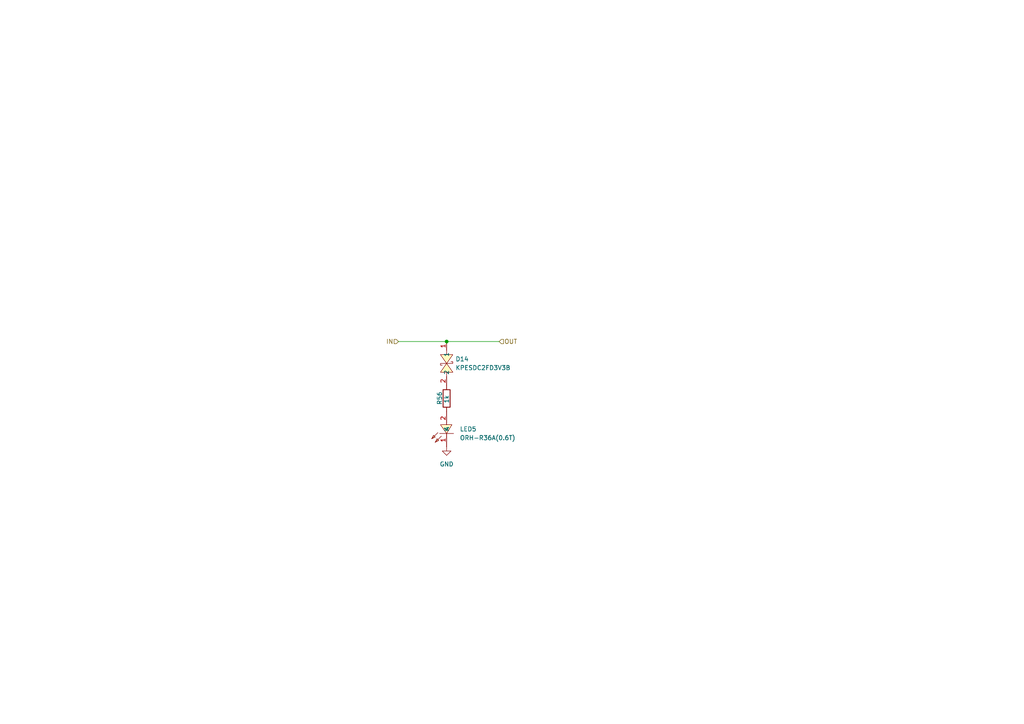
<source format=kicad_sch>
(kicad_sch
	(version 20250114)
	(generator "eeschema")
	(generator_version "9.0")
	(uuid "f6d9fd8d-01c2-46ac-a488-0d391102484c")
	(paper "A4")
	(lib_symbols
		(symbol "Device:R"
			(pin_numbers
				(hide yes)
			)
			(pin_names
				(offset 0)
			)
			(exclude_from_sim no)
			(in_bom yes)
			(on_board yes)
			(property "Reference" "R"
				(at 2.032 0 90)
				(effects
					(font
						(size 1.27 1.27)
					)
				)
			)
			(property "Value" "R"
				(at 0 0 90)
				(effects
					(font
						(size 1.27 1.27)
					)
				)
			)
			(property "Footprint" ""
				(at -1.778 0 90)
				(effects
					(font
						(size 1.27 1.27)
					)
					(hide yes)
				)
			)
			(property "Datasheet" "~"
				(at 0 0 0)
				(effects
					(font
						(size 1.27 1.27)
					)
					(hide yes)
				)
			)
			(property "Description" "Resistor"
				(at 0 0 0)
				(effects
					(font
						(size 1.27 1.27)
					)
					(hide yes)
				)
			)
			(property "ki_keywords" "R res resistor"
				(at 0 0 0)
				(effects
					(font
						(size 1.27 1.27)
					)
					(hide yes)
				)
			)
			(property "ki_fp_filters" "R_*"
				(at 0 0 0)
				(effects
					(font
						(size 1.27 1.27)
					)
					(hide yes)
				)
			)
			(symbol "R_0_1"
				(rectangle
					(start -1.016 -2.54)
					(end 1.016 2.54)
					(stroke
						(width 0.254)
						(type default)
					)
					(fill
						(type none)
					)
				)
			)
			(symbol "R_1_1"
				(pin passive line
					(at 0 3.81 270)
					(length 1.27)
					(name "~"
						(effects
							(font
								(size 1.27 1.27)
							)
						)
					)
					(number "1"
						(effects
							(font
								(size 1.27 1.27)
							)
						)
					)
				)
				(pin passive line
					(at 0 -3.81 90)
					(length 1.27)
					(name "~"
						(effects
							(font
								(size 1.27 1.27)
							)
						)
					)
					(number "2"
						(effects
							(font
								(size 1.27 1.27)
							)
						)
					)
				)
			)
			(embedded_fonts no)
		)
		(symbol "lcsc:KPESDC2FD3V3B"
			(exclude_from_sim no)
			(in_bom yes)
			(on_board yes)
			(property "Reference" "D"
				(at 0 5.08 0)
				(effects
					(font
						(size 1.27 1.27)
					)
				)
			)
			(property "Value" "KPESDC2FD3V3B"
				(at 0 -5.08 0)
				(effects
					(font
						(size 1.27 1.27)
					)
				)
			)
			(property "Footprint" "lcsc:D0402-BI"
				(at 0 -7.62 0)
				(effects
					(font
						(size 1.27 1.27)
					)
					(hide yes)
				)
			)
			(property "Datasheet" ""
				(at 0 0 0)
				(effects
					(font
						(size 1.27 1.27)
					)
					(hide yes)
				)
			)
			(property "Description" ""
				(at 0 0 0)
				(effects
					(font
						(size 1.27 1.27)
					)
					(hide yes)
				)
			)
			(property "LCSC Part" "C2892494"
				(at 0 -10.16 0)
				(effects
					(font
						(size 1.27 1.27)
					)
					(hide yes)
				)
			)
			(symbol "KPESDC2FD3V3B_0_1"
				(polyline
					(pts
						(xy -3.81 0) (xy -2.54 0)
					)
					(stroke
						(width 0)
						(type default)
					)
					(fill
						(type none)
					)
				)
				(polyline
					(pts
						(xy -2.54 -1.78) (xy 0 0) (xy -2.54 1.78) (xy -2.54 -1.78)
					)
					(stroke
						(width 0)
						(type default)
					)
					(fill
						(type background)
					)
				)
				(polyline
					(pts
						(xy -0.51 1.27) (xy -0.51 1.78) (xy 0 1.78) (xy 0 -1.78) (xy 0.51 -1.78) (xy 0.51 -1.27)
					)
					(stroke
						(width 0)
						(type default)
					)
					(fill
						(type none)
					)
				)
				(polyline
					(pts
						(xy 2.54 1.78) (xy 0 0) (xy 2.54 -1.78) (xy 2.54 1.78)
					)
					(stroke
						(width 0)
						(type default)
					)
					(fill
						(type background)
					)
				)
				(polyline
					(pts
						(xy 3.81 0) (xy 2.54 0)
					)
					(stroke
						(width 0)
						(type default)
					)
					(fill
						(type none)
					)
				)
				(pin unspecified line
					(at -6.35 0 0)
					(length 2.54)
					(name "1"
						(effects
							(font
								(size 1.27 1.27)
							)
						)
					)
					(number "1"
						(effects
							(font
								(size 1.27 1.27)
							)
						)
					)
				)
				(pin unspecified line
					(at 6.35 0 180)
					(length 2.54)
					(name "2"
						(effects
							(font
								(size 1.27 1.27)
							)
						)
					)
					(number "2"
						(effects
							(font
								(size 1.27 1.27)
							)
						)
					)
				)
			)
			(embedded_fonts no)
		)
		(symbol "lcsc:ORH-R36A(0.6T)"
			(exclude_from_sim no)
			(in_bom yes)
			(on_board yes)
			(property "Reference" "LED"
				(at 0 5.08 0)
				(effects
					(font
						(size 1.27 1.27)
					)
				)
			)
			(property "Value" "ORH-R36A(0.6T)"
				(at 0 -5.08 0)
				(effects
					(font
						(size 1.27 1.27)
					)
				)
			)
			(property "Footprint" "lcsc:LED0603-RD"
				(at 0 -7.62 0)
				(effects
					(font
						(size 1.27 1.27)
					)
					(hide yes)
				)
			)
			(property "Datasheet" "https://lcsc.com/product-detail/Light-Emitting-Diodes-LED_0603_C205445.html"
				(at 0 -10.16 0)
				(effects
					(font
						(size 1.27 1.27)
					)
					(hide yes)
				)
			)
			(property "Description" ""
				(at 0 0 0)
				(effects
					(font
						(size 1.27 1.27)
					)
					(hide yes)
				)
			)
			(property "LCSC Part" "C205445"
				(at 0 -12.7 0)
				(effects
					(font
						(size 1.27 1.27)
					)
					(hide yes)
				)
			)
			(symbol "ORH-R36A(0.6T)_0_1"
				(polyline
					(pts
						(xy -3.81 3.3) (xy -2.79 2.79) (xy -3.3 2.29) (xy -3.81 3.3)
					)
					(stroke
						(width 0)
						(type default)
					)
					(fill
						(type background)
					)
				)
				(polyline
					(pts
						(xy -2.79 4.32) (xy -1.78 3.81) (xy -2.29 3.3) (xy -2.79 4.32)
					)
					(stroke
						(width 0)
						(type default)
					)
					(fill
						(type background)
					)
				)
				(polyline
					(pts
						(xy -2.03 1.52) (xy -3.81 3.3)
					)
					(stroke
						(width 0)
						(type default)
					)
					(fill
						(type none)
					)
				)
				(polyline
					(pts
						(xy -1.27 2.03) (xy -1.27 -2.03)
					)
					(stroke
						(width 0)
						(type default)
					)
					(fill
						(type none)
					)
				)
				(polyline
					(pts
						(xy -1.02 2.54) (xy -2.79 4.32)
					)
					(stroke
						(width 0)
						(type default)
					)
					(fill
						(type none)
					)
				)
				(polyline
					(pts
						(xy 1.27 -1.52) (xy -1.27 0) (xy 1.27 1.78) (xy 1.27 -1.52)
					)
					(stroke
						(width 0)
						(type default)
					)
					(fill
						(type background)
					)
				)
				(pin unspecified line
					(at -5.08 0 0)
					(length 3.81)
					(name "K"
						(effects
							(font
								(size 1.27 1.27)
							)
						)
					)
					(number "1"
						(effects
							(font
								(size 1.27 1.27)
							)
						)
					)
				)
				(pin unspecified line
					(at 5.08 0 180)
					(length 3.81)
					(name "A"
						(effects
							(font
								(size 1.27 1.27)
							)
						)
					)
					(number "2"
						(effects
							(font
								(size 1.27 1.27)
							)
						)
					)
				)
			)
			(embedded_fonts no)
		)
		(symbol "power:GND"
			(power)
			(pin_numbers
				(hide yes)
			)
			(pin_names
				(offset 0)
				(hide yes)
			)
			(exclude_from_sim no)
			(in_bom yes)
			(on_board yes)
			(property "Reference" "#PWR"
				(at 0 -6.35 0)
				(effects
					(font
						(size 1.27 1.27)
					)
					(hide yes)
				)
			)
			(property "Value" "GND"
				(at 0 -3.81 0)
				(effects
					(font
						(size 1.27 1.27)
					)
				)
			)
			(property "Footprint" ""
				(at 0 0 0)
				(effects
					(font
						(size 1.27 1.27)
					)
					(hide yes)
				)
			)
			(property "Datasheet" ""
				(at 0 0 0)
				(effects
					(font
						(size 1.27 1.27)
					)
					(hide yes)
				)
			)
			(property "Description" "Power symbol creates a global label with name \"GND\" , ground"
				(at 0 0 0)
				(effects
					(font
						(size 1.27 1.27)
					)
					(hide yes)
				)
			)
			(property "ki_keywords" "global power"
				(at 0 0 0)
				(effects
					(font
						(size 1.27 1.27)
					)
					(hide yes)
				)
			)
			(symbol "GND_0_1"
				(polyline
					(pts
						(xy 0 0) (xy 0 -1.27) (xy 1.27 -1.27) (xy 0 -2.54) (xy -1.27 -1.27) (xy 0 -1.27)
					)
					(stroke
						(width 0)
						(type default)
					)
					(fill
						(type none)
					)
				)
			)
			(symbol "GND_1_1"
				(pin power_in line
					(at 0 0 270)
					(length 0)
					(name "~"
						(effects
							(font
								(size 1.27 1.27)
							)
						)
					)
					(number "1"
						(effects
							(font
								(size 1.27 1.27)
							)
						)
					)
				)
			)
			(embedded_fonts no)
		)
	)
	(junction
		(at 129.54 99.06)
		(diameter 0)
		(color 0 0 0 0)
		(uuid "ba5e012e-52e8-4049-acb0-a97e795e07d0")
	)
	(wire
		(pts
			(xy 129.54 99.06) (xy 144.78 99.06)
		)
		(stroke
			(width 0)
			(type default)
		)
		(uuid "3c75b689-8e3d-4f7e-871f-1e5fa5d5d4e8")
	)
	(wire
		(pts
			(xy 115.57 99.06) (xy 129.54 99.06)
		)
		(stroke
			(width 0)
			(type default)
		)
		(uuid "d72e4144-cee1-4cf9-80a2-71667535ef49")
	)
	(hierarchical_label "OUT"
		(shape input)
		(at 144.78 99.06 0)
		(effects
			(font
				(size 1.27 1.27)
			)
			(justify left)
		)
		(uuid "3f87a1dc-74aa-4d93-806b-e2e1501e1ddb")
	)
	(hierarchical_label "IN"
		(shape input)
		(at 115.57 99.06 180)
		(effects
			(font
				(size 1.27 1.27)
			)
			(justify right)
		)
		(uuid "ca2eaab0-d920-45c3-a0a6-e85e0131a15f")
	)
	(symbol
		(lib_id "Device:R")
		(at 129.54 115.57 180)
		(unit 1)
		(exclude_from_sim no)
		(in_bom yes)
		(on_board yes)
		(dnp no)
		(uuid "020a84db-6bb8-4296-8d13-79141d404ac4")
		(property "Reference" "R53"
			(at 127.508 113.538 90)
			(effects
				(font
					(size 1.27 1.27)
				)
				(justify left)
			)
		)
		(property "Value" "1k"
			(at 129.54 114.554 90)
			(effects
				(font
					(size 1.27 1.27)
				)
				(justify left)
			)
		)
		(property "Footprint" "Resistor_SMD:R_0603_1608Metric"
			(at 131.318 115.57 90)
			(effects
				(font
					(size 1.27 1.27)
				)
				(hide yes)
			)
		)
		(property "Datasheet" "~"
			(at 129.54 115.57 0)
			(effects
				(font
					(size 1.27 1.27)
				)
				(hide yes)
			)
		)
		(property "Description" ""
			(at 129.54 115.57 0)
			(effects
				(font
					(size 1.27 1.27)
				)
				(hide yes)
			)
		)
		(pin "1"
			(uuid "84522ffb-1229-4075-9d18-26abf4cd5fb5")
		)
		(pin "2"
			(uuid "df0ce2a0-91fc-4a0c-97a9-90a4e5d50f8c")
		)
		(instances
			(project "espio"
				(path "/b4b62778-ee22-463e-ba5d-5da015edb128/315f7aec-90f6-43a7-9d16-2c17c8a75842"
					(reference "R56")
					(unit 1)
				)
				(path "/b4b62778-ee22-463e-ba5d-5da015edb128/5cca005e-d423-433c-b39e-5208a398f8a5"
					(reference "R53")
					(unit 1)
				)
				(path "/b4b62778-ee22-463e-ba5d-5da015edb128/7222a6a3-1ce5-4ef0-b135-b2261f0ee1d4"
					(reference "R57")
					(unit 1)
				)
				(path "/b4b62778-ee22-463e-ba5d-5da015edb128/782a9e47-23c7-4e32-9696-8887924deeca"
					(reference "R60")
					(unit 1)
				)
				(path "/b4b62778-ee22-463e-ba5d-5da015edb128/92b48673-18b9-42c5-9759-b5a82142824d"
					(reference "R61")
					(unit 1)
				)
				(path "/b4b62778-ee22-463e-ba5d-5da015edb128/b0326bd5-d015-4c2b-adea-9b23ede00aa8"
					(reference "R55")
					(unit 1)
				)
				(path "/b4b62778-ee22-463e-ba5d-5da015edb128/b2d0bf95-f3f6-43e0-9f17-75200c19d658"
					(reference "R59")
					(unit 1)
				)
				(path "/b4b62778-ee22-463e-ba5d-5da015edb128/e4274680-3b76-4a67-8fbb-78634f12de8c"
					(reference "R58")
					(unit 1)
				)
				(path "/b4b62778-ee22-463e-ba5d-5da015edb128/eefb562b-c92a-4bac-8fa9-bcb7a85ddc79"
					(reference "R54")
					(unit 1)
				)
			)
		)
	)
	(symbol
		(lib_id "lcsc:ORH-R36A(0.6T)")
		(at 129.54 124.46 90)
		(unit 1)
		(exclude_from_sim no)
		(in_bom yes)
		(on_board yes)
		(dnp no)
		(fields_autoplaced yes)
		(uuid "0df842fa-a152-4246-b565-0496e58f0330")
		(property "Reference" "LED2"
			(at 133.35 124.4599 90)
			(effects
				(font
					(size 1.27 1.27)
				)
				(justify right)
			)
		)
		(property "Value" "ORH-R36A(0.6T)"
			(at 133.35 126.9999 90)
			(effects
				(font
					(size 1.27 1.27)
				)
				(justify right)
			)
		)
		(property "Footprint" "lcsc:LED0603-RD"
			(at 137.16 124.46 0)
			(effects
				(font
					(size 1.27 1.27)
				)
				(hide yes)
			)
		)
		(property "Datasheet" "https://lcsc.com/product-detail/Light-Emitting-Diodes-LED_0603_C205445.html"
			(at 139.7 124.46 0)
			(effects
				(font
					(size 1.27 1.27)
				)
				(hide yes)
			)
		)
		(property "Description" ""
			(at 129.54 124.46 0)
			(effects
				(font
					(size 1.27 1.27)
				)
				(hide yes)
			)
		)
		(property "LCSC Part" "C205445"
			(at 142.24 124.46 0)
			(effects
				(font
					(size 1.27 1.27)
				)
				(hide yes)
			)
		)
		(pin "2"
			(uuid "485a3a46-0554-472d-89a8-8e6c292421b4")
		)
		(pin "1"
			(uuid "73ccf642-c59b-4f40-9432-782f3ec2faca")
		)
		(instances
			(project "espio"
				(path "/b4b62778-ee22-463e-ba5d-5da015edb128/315f7aec-90f6-43a7-9d16-2c17c8a75842"
					(reference "LED5")
					(unit 1)
				)
				(path "/b4b62778-ee22-463e-ba5d-5da015edb128/5cca005e-d423-433c-b39e-5208a398f8a5"
					(reference "LED2")
					(unit 1)
				)
				(path "/b4b62778-ee22-463e-ba5d-5da015edb128/7222a6a3-1ce5-4ef0-b135-b2261f0ee1d4"
					(reference "LED10")
					(unit 1)
				)
				(path "/b4b62778-ee22-463e-ba5d-5da015edb128/782a9e47-23c7-4e32-9696-8887924deeca"
					(reference "LED13")
					(unit 1)
				)
				(path "/b4b62778-ee22-463e-ba5d-5da015edb128/92b48673-18b9-42c5-9759-b5a82142824d"
					(reference "LED14")
					(unit 1)
				)
				(path "/b4b62778-ee22-463e-ba5d-5da015edb128/b0326bd5-d015-4c2b-adea-9b23ede00aa8"
					(reference "LED4")
					(unit 1)
				)
				(path "/b4b62778-ee22-463e-ba5d-5da015edb128/b2d0bf95-f3f6-43e0-9f17-75200c19d658"
					(reference "LED12")
					(unit 1)
				)
				(path "/b4b62778-ee22-463e-ba5d-5da015edb128/e4274680-3b76-4a67-8fbb-78634f12de8c"
					(reference "LED11")
					(unit 1)
				)
				(path "/b4b62778-ee22-463e-ba5d-5da015edb128/eefb562b-c92a-4bac-8fa9-bcb7a85ddc79"
					(reference "LED3")
					(unit 1)
				)
			)
		)
	)
	(symbol
		(lib_id "power:GND")
		(at 129.54 129.54 0)
		(unit 1)
		(exclude_from_sim no)
		(in_bom yes)
		(on_board yes)
		(dnp no)
		(fields_autoplaced yes)
		(uuid "19e9c9c5-5646-4d58-9621-de8b8b142e1b")
		(property "Reference" "#PWR054"
			(at 129.54 135.89 0)
			(effects
				(font
					(size 1.27 1.27)
				)
				(hide yes)
			)
		)
		(property "Value" "GND"
			(at 129.54 134.62 0)
			(effects
				(font
					(size 1.27 1.27)
				)
			)
		)
		(property "Footprint" ""
			(at 129.54 129.54 0)
			(effects
				(font
					(size 1.27 1.27)
				)
				(hide yes)
			)
		)
		(property "Datasheet" ""
			(at 129.54 129.54 0)
			(effects
				(font
					(size 1.27 1.27)
				)
				(hide yes)
			)
		)
		(property "Description" "Power symbol creates a global label with name \"GND\" , ground"
			(at 129.54 129.54 0)
			(effects
				(font
					(size 1.27 1.27)
				)
				(hide yes)
			)
		)
		(pin "1"
			(uuid "c1447021-31df-4ed7-bf58-6e72e5e169ba")
		)
		(instances
			(project "espio"
				(path "/b4b62778-ee22-463e-ba5d-5da015edb128/315f7aec-90f6-43a7-9d16-2c17c8a75842"
					(reference "#PWR058")
					(unit 1)
				)
				(path "/b4b62778-ee22-463e-ba5d-5da015edb128/5cca005e-d423-433c-b39e-5208a398f8a5"
					(reference "#PWR054")
					(unit 1)
				)
				(path "/b4b62778-ee22-463e-ba5d-5da015edb128/7222a6a3-1ce5-4ef0-b135-b2261f0ee1d4"
					(reference "#PWR059")
					(unit 1)
				)
				(path "/b4b62778-ee22-463e-ba5d-5da015edb128/782a9e47-23c7-4e32-9696-8887924deeca"
					(reference "#PWR062")
					(unit 1)
				)
				(path "/b4b62778-ee22-463e-ba5d-5da015edb128/92b48673-18b9-42c5-9759-b5a82142824d"
					(reference "#PWR064")
					(unit 1)
				)
				(path "/b4b62778-ee22-463e-ba5d-5da015edb128/b0326bd5-d015-4c2b-adea-9b23ede00aa8"
					(reference "#PWR057")
					(unit 1)
				)
				(path "/b4b62778-ee22-463e-ba5d-5da015edb128/b2d0bf95-f3f6-43e0-9f17-75200c19d658"
					(reference "#PWR061")
					(unit 1)
				)
				(path "/b4b62778-ee22-463e-ba5d-5da015edb128/e4274680-3b76-4a67-8fbb-78634f12de8c"
					(reference "#PWR060")
					(unit 1)
				)
				(path "/b4b62778-ee22-463e-ba5d-5da015edb128/eefb562b-c92a-4bac-8fa9-bcb7a85ddc79"
					(reference "#PWR056")
					(unit 1)
				)
			)
		)
	)
	(symbol
		(lib_id "lcsc:KPESDC2FD3V3B")
		(at 129.54 105.41 270)
		(unit 1)
		(exclude_from_sim no)
		(in_bom yes)
		(on_board yes)
		(dnp no)
		(fields_autoplaced yes)
		(uuid "b79b9102-5c28-46cb-add1-de54848679fc")
		(property "Reference" "D11"
			(at 132.08 104.1399 90)
			(effects
				(font
					(size 1.27 1.27)
				)
				(justify left)
			)
		)
		(property "Value" "KPESDC2FD3V3B"
			(at 132.08 106.6799 90)
			(effects
				(font
					(size 1.27 1.27)
				)
				(justify left)
			)
		)
		(property "Footprint" "lcsc:D0402-BI"
			(at 121.92 105.41 0)
			(effects
				(font
					(size 1.27 1.27)
				)
				(hide yes)
			)
		)
		(property "Datasheet" "https://www.lcsc.com/product-detail/C2892494.html"
			(at 129.54 105.41 0)
			(effects
				(font
					(size 1.27 1.27)
				)
				(hide yes)
			)
		)
		(property "Description" ""
			(at 129.54 105.41 0)
			(effects
				(font
					(size 1.27 1.27)
				)
				(hide yes)
			)
		)
		(property "LCSC Part" "C2892494"
			(at 119.38 105.41 0)
			(effects
				(font
					(size 1.27 1.27)
				)
				(hide yes)
			)
		)
		(pin "2"
			(uuid "48619e06-2fa9-4977-9da8-889a5f47139a")
		)
		(pin "1"
			(uuid "dd629d58-d0b1-4691-8fe0-52d6b026dc80")
		)
		(instances
			(project "espio"
				(path "/b4b62778-ee22-463e-ba5d-5da015edb128/315f7aec-90f6-43a7-9d16-2c17c8a75842"
					(reference "D14")
					(unit 1)
				)
				(path "/b4b62778-ee22-463e-ba5d-5da015edb128/5cca005e-d423-433c-b39e-5208a398f8a5"
					(reference "D11")
					(unit 1)
				)
				(path "/b4b62778-ee22-463e-ba5d-5da015edb128/7222a6a3-1ce5-4ef0-b135-b2261f0ee1d4"
					(reference "D15")
					(unit 1)
				)
				(path "/b4b62778-ee22-463e-ba5d-5da015edb128/782a9e47-23c7-4e32-9696-8887924deeca"
					(reference "D18")
					(unit 1)
				)
				(path "/b4b62778-ee22-463e-ba5d-5da015edb128/92b48673-18b9-42c5-9759-b5a82142824d"
					(reference "D19")
					(unit 1)
				)
				(path "/b4b62778-ee22-463e-ba5d-5da015edb128/b0326bd5-d015-4c2b-adea-9b23ede00aa8"
					(reference "D13")
					(unit 1)
				)
				(path "/b4b62778-ee22-463e-ba5d-5da015edb128/b2d0bf95-f3f6-43e0-9f17-75200c19d658"
					(reference "D17")
					(unit 1)
				)
				(path "/b4b62778-ee22-463e-ba5d-5da015edb128/e4274680-3b76-4a67-8fbb-78634f12de8c"
					(reference "D16")
					(unit 1)
				)
				(path "/b4b62778-ee22-463e-ba5d-5da015edb128/eefb562b-c92a-4bac-8fa9-bcb7a85ddc79"
					(reference "D12")
					(unit 1)
				)
			)
		)
	)
)

</source>
